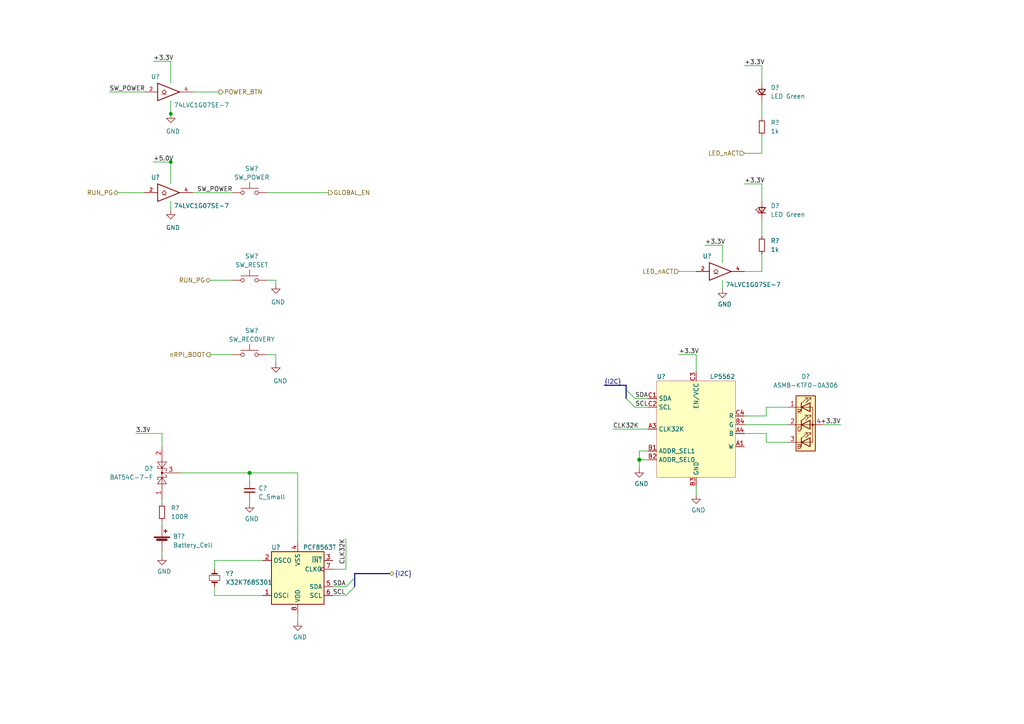
<source format=kicad_sch>
(kicad_sch (version 20201015) (generator eeschema)
  (paper "A4")
  (lib_symbols
    (symbol "74xGxx:74LVC1G07" (pin_names (offset 1.016))
      (property "Reference" "U" (at -2.54 3.81 0))
      (property "Value" "74LVC1G07" (at 0 -3.81 0))
      (symbol "74LVC1G07_0_1"
        (polyline (pts (xy -2.54 -0.635) (xy -1.27 -0.635)))
        (polyline (pts (xy -3.81 2.54) (xy -3.81 -2.54) (xy 2.54 0) (xy -3.81 2.54)) (stroke (width 0.254)))
        (polyline (pts (xy -1.905 0.635) (xy -2.54 0) (xy -1.905 -0.635) (xy -1.27 0) (xy -1.905 0.635)))
      )
      (symbol "74LVC1G07_1_1"
        (pin input line (at -7.62 0 0) (length 3.81) (name "~") (number "2"))
        (pin power_in line (at 0 -2.54 270) (length 0) hide (name "GND") (number "3"))
        (pin open_collector line (at 6.35 0 180) (length 3.81) (name "~") (number "4"))
        (pin power_in line (at 0 2.54 90) (length 0) hide (name "VCC") (number "5"))
      )
    )
    (symbol "Device:Battery_Cell" (pin_numbers hide) (pin_names (offset 0) hide)
      (property "Reference" "BT" (at 2.54 2.54 0))
      (property "Value" "Battery_Cell" (at 2.54 0 0))
      (symbol "Battery_Cell_0_1"
        (rectangle (start -2.286 1.778) (end 2.286 1.524) (fill (type outline)))
        (rectangle (start -1.5748 1.1938) (end 1.4732 0.6858) (fill (type outline)))
        (polyline (pts (xy 0 0.762) (xy 0 0)))
        (polyline (pts (xy 0 1.778) (xy 0 2.54)))
        (polyline (pts (xy 0.508 3.429) (xy 1.524 3.429)) (stroke (width 0.254)))
        (polyline (pts (xy 1.016 3.937) (xy 1.016 2.921)) (stroke (width 0.254)))
      )
      (symbol "Battery_Cell_1_1"
        (pin passive line (at 0 5.08 270) (length 2.54) (name "+") (number "1"))
        (pin passive line (at 0 -2.54 90) (length 2.54) (name "-") (number "2"))
      )
    )
    (symbol "Device:C_Small" (pin_numbers hide) (pin_names (offset 0.254) hide)
      (property "Reference" "C" (at 0.254 1.778 0))
      (property "Value" "C_Small" (at 0.254 -2.032 0))
      (symbol "C_Small_0_1"
        (polyline (pts (xy -1.524 -0.508) (xy 1.524 -0.508)) (stroke (width 0.3302)))
        (polyline (pts (xy -1.524 0.508) (xy 1.524 0.508)) (stroke (width 0.3048)))
      )
      (symbol "C_Small_1_1"
        (pin passive line (at 0 2.54 270) (length 2.032) (name "~") (number "1"))
        (pin passive line (at 0 -2.54 90) (length 2.032) (name "~") (number "2"))
      )
    )
    (symbol "Device:Crystal_Small" (pin_numbers hide) (pin_names (offset 1.016) hide)
      (property "Reference" "Y" (at 0 2.54 0))
      (property "Value" "Crystal_Small" (at 0 -2.54 0))
      (symbol "Crystal_Small_0_1"
        (rectangle (start -0.762 -1.524) (end 0.762 1.524))
        (polyline (pts (xy -1.27 -0.762) (xy -1.27 0.762)) (stroke (width 0.381)))
        (polyline (pts (xy 1.27 -0.762) (xy 1.27 0.762)) (stroke (width 0.381)))
      )
      (symbol "Crystal_Small_1_1"
        (pin passive line (at -2.54 0 0) (length 1.27) (name "1") (number "1"))
        (pin passive line (at 2.54 0 180) (length 1.27) (name "2") (number "2"))
      )
    )
    (symbol "Device:LED_RGBA" (pin_names (offset 0) hide)
      (property "Reference" "D" (at 0 9.398 0))
      (property "Value" "LED_RGBA" (at 0 -8.89 0))
      (symbol "LED_RGBA_0_0"
        (text "B" (at -1.905 -6.35 0) (effects (font (size 1.27 1.27))))
        (text "G" (at -1.905 -1.27 0) (effects (font (size 1.27 1.27))))
        (text "R" (at -1.905 3.81 0) (effects (font (size 1.27 1.27))))
      )
      (symbol "LED_RGBA_0_1"
        (circle (center 2.032 0) (radius 0.254) (fill (type outline)))
        (rectangle (start 1.27 -1.27) (end 1.27 1.27))
        (rectangle (start 1.27 1.27) (end 1.27 1.27))
        (rectangle (start 1.27 3.81) (end 1.27 6.35))
        (rectangle (start 1.27 6.35) (end 1.27 6.35))
        (rectangle (start 2.794 8.382) (end -2.794 -7.62) (stroke (width 0.254)) (fill (type background)))
        (polyline (pts (xy -1.27 -5.08) (xy -2.54 -5.08)))
        (polyline (pts (xy -1.27 -5.08) (xy 1.27 -5.08)))
        (polyline (pts (xy -1.27 -3.81) (xy -1.27 -6.35)) (stroke (width 0.254)))
        (polyline (pts (xy -1.27 0) (xy -2.54 0)))
        (polyline (pts (xy -1.27 1.27) (xy -1.27 -1.27)) (stroke (width 0.254)))
        (polyline (pts (xy -1.27 5.08) (xy -2.54 5.08)))
        (polyline (pts (xy -1.27 5.08) (xy 1.27 5.08)))
        (polyline (pts (xy -1.27 6.35) (xy -1.27 3.81)) (stroke (width 0.254)))
        (polyline (pts (xy 1.27 0) (xy -1.27 0)))
        (polyline (pts (xy 1.27 0) (xy 2.54 0)))
        (polyline (pts (xy -1.27 1.27) (xy -1.27 -1.27) (xy -1.27 -1.27)))
        (polyline (pts (xy -1.27 6.35) (xy -1.27 3.81) (xy -1.27 3.81)))
        (polyline (pts (xy 1.27 -5.08) (xy 2.032 -5.08) (xy 2.032 5.08) (xy 1.27 5.08)))
        (polyline (pts (xy 1.27 -3.81) (xy 1.27 -6.35) (xy -1.27 -5.08) (xy 1.27 -3.81)) (stroke (width 0.254)))
        (polyline (pts (xy 1.27 1.27) (xy 1.27 -1.27) (xy -1.27 0) (xy 1.27 1.27)) (stroke (width 0.254)))
        (polyline (pts (xy 1.27 6.35) (xy 1.27 3.81) (xy -1.27 5.08) (xy 1.27 6.35)) (stroke (width 0.254)))
        (polyline (pts (xy -1.016 -3.81) (xy 0.508 -2.286) (xy -0.254 -2.286) (xy 0.508 -2.286) (xy 0.508 -3.048)))
        (polyline (pts (xy -1.016 1.27) (xy 0.508 2.794) (xy -0.254 2.794) (xy 0.508 2.794) (xy 0.508 2.032)))
        (polyline (pts (xy -1.016 6.35) (xy 0.508 7.874) (xy -0.254 7.874) (xy 0.508 7.874) (xy 0.508 7.112)))
        (polyline (pts (xy 0 -3.81) (xy 1.524 -2.286) (xy 0.762 -2.286) (xy 1.524 -2.286) (xy 1.524 -3.048)))
        (polyline (pts (xy 0 1.27) (xy 1.524 2.794) (xy 0.762 2.794) (xy 1.524 2.794) (xy 1.524 2.032)))
        (polyline (pts (xy 0 6.35) (xy 1.524 7.874) (xy 0.762 7.874) (xy 1.524 7.874) (xy 1.524 7.112)))
      )
      (symbol "LED_RGBA_1_1"
        (pin passive line (at -5.08 5.08 0) (length 2.54) (name "RK") (number "1"))
        (pin passive line (at -5.08 0 0) (length 2.54) (name "GK") (number "2"))
        (pin passive line (at -5.08 -5.08 0) (length 2.54) (name "BK") (number "3"))
        (pin passive line (at 5.08 0 180) (length 2.54) (name "A") (number "4"))
      )
    )
    (symbol "Device:LED_Small" (pin_numbers hide) (pin_names (offset 0.254) hide)
      (property "Reference" "D" (at -1.27 3.175 0))
      (property "Value" "LED_Small" (at -4.445 -2.54 0))
      (symbol "LED_Small_0_1"
        (polyline (pts (xy -0.762 -1.016) (xy -0.762 1.016)) (stroke (width 0.254)))
        (polyline (pts (xy 1.016 0) (xy -0.762 0)))
        (polyline (pts (xy 0.762 -1.016) (xy -0.762 0) (xy 0.762 1.016) (xy 0.762 -1.016)) (stroke (width 0.254)))
        (polyline (pts (xy 0 0.762) (xy -0.508 1.27) (xy -0.254 1.27) (xy -0.508 1.27) (xy -0.508 1.016)))
        (polyline (pts (xy 0.508 1.27) (xy 0 1.778) (xy 0.254 1.778) (xy 0 1.778) (xy 0 1.524)))
      )
      (symbol "LED_Small_1_1"
        (pin passive line (at -2.54 0 0) (length 1.778) (name "K") (number "1"))
        (pin passive line (at 2.54 0 180) (length 1.778) (name "A") (number "2"))
      )
    )
    (symbol "Device:R_Small" (pin_numbers hide) (pin_names (offset 0.254) hide)
      (property "Reference" "R" (at 0.762 0.508 0))
      (property "Value" "R_Small" (at 0.762 -1.016 0))
      (symbol "R_Small_0_1"
        (rectangle (start -0.762 1.778) (end 0.762 -1.778) (stroke (width 0.2032)))
      )
      (symbol "R_Small_1_1"
        (pin passive line (at 0 2.54 270) (length 0.762) (name "~") (number "1"))
        (pin passive line (at 0 -2.54 90) (length 0.762) (name "~") (number "2"))
      )
    )
    (symbol "Diode:BAT54C" (pin_names (offset 1.016))
      (property "Reference" "D" (at 0.635 -3.81 0))
      (property "Value" "BAT54C" (at -6.35 3.175 0))
      (symbol "BAT54C_0_1"
        (circle (center 0 0) (radius 0.254) (fill (type outline)))
        (polyline (pts (xy -1.905 0) (xy 1.905 0)))
        (polyline (pts (xy -1.905 1.27) (xy -1.905 1.016)))
        (polyline (pts (xy -1.27 -1.27) (xy -0.635 -1.27)))
        (polyline (pts (xy -1.27 0) (xy -3.81 0)))
        (polyline (pts (xy -1.27 1.27) (xy -1.905 1.27)))
        (polyline (pts (xy -1.27 1.27) (xy -1.27 -1.27)))
        (polyline (pts (xy -0.635 -1.27) (xy -0.635 -1.016)))
        (polyline (pts (xy 0.635 -1.27) (xy 0.635 -1.016)))
        (polyline (pts (xy 1.27 -1.27) (xy 0.635 -1.27)))
        (polyline (pts (xy 1.27 1.27) (xy 1.27 -1.27)))
        (polyline (pts (xy 1.27 1.27) (xy 1.905 1.27)))
        (polyline (pts (xy 1.905 1.27) (xy 1.905 1.016)))
        (polyline (pts (xy 3.81 0) (xy 1.27 0)))
        (polyline (pts (xy -3.175 -1.27) (xy -3.175 1.27) (xy -1.27 0) (xy -3.175 -1.27)))
        (polyline (pts (xy 3.175 -1.27) (xy 3.175 1.27) (xy 1.27 0) (xy 3.175 -1.27)))
      )
      (symbol "BAT54C_1_1"
        (pin passive line (at -7.62 0 0) (length 3.81) (name "~") (number "1"))
        (pin passive line (at 7.62 0 180) (length 3.81) (name "~") (number "2"))
        (pin passive line (at 0 -5.08 90) (length 5.08) (name "~") (number "3"))
      )
    )
    (symbol "LightBlue:LP5562"
      (property "Reference" "U" (at -10.16 15.24 0))
      (property "Value" "LP5562" (at 7.62 15.24 0))
      (symbol "LP5562_0_1"
        (rectangle (start -11.43 13.97) (end 11.43 -13.97) (stroke (width 0.0006)) (fill (type background)))
      )
      (symbol "LP5562_1_1"
        (pin input line (at 0 -16.51 90) (length 2.54) (name "GND") (number "B3"))
        (pin bidirectional line (at -13.97 8.89 0) (length 2.54) (name "SDA") (number "C1"))
        (pin input line (at -13.97 6.35 0) (length 2.54) (name "SCL") (number "C2"))
        (pin input line (at -13.97 -6.35 0) (length 2.54) (name "ADDR_SEL1") (number "B1"))
        (pin input line (at -13.97 -8.89 0) (length 2.54) (name "ADDR_SEL0") (number "B2"))
        (pin output line (at 13.97 -5.08 180) (length 2.54) (name "W") (number "A1"))
        (pin output line (at 13.97 3.81 180) (length 2.54) (name "R") (number "C4"))
        (pin output line (at 13.97 1.27 180) (length 2.54) (name "G") (number "B4"))
        (pin output line (at 13.97 -1.27 180) (length 2.54) (name "B") (number "A4"))
        (pin input line (at 0 16.51 270) (length 2.54) (name "EN/VCC") (number "C3"))
        (pin input line (at -13.97 0 0) (length 2.54) (name "CLK32K") (number "A3"))
      )
    )
    (symbol "Switch:SW_Push" (pin_numbers hide) (pin_names (offset 1.016) hide)
      (property "Reference" "SW" (at 1.27 2.54 0))
      (property "Value" "SW_Push" (at 0 -1.524 0))
      (symbol "SW_Push_0_1"
        (circle (center -2.032 0) (radius 0.508))
        (circle (center 2.032 0) (radius 0.508))
        (polyline (pts (xy 0 1.27) (xy 0 3.048)))
        (polyline (pts (xy 2.54 1.27) (xy -2.54 1.27)))
        (pin passive line (at -5.08 0 0) (length 2.54) (name "1") (number "1"))
        (pin passive line (at 5.08 0 180) (length 2.54) (name "2") (number "2"))
      )
    )
    (symbol "Timer_RTC:PCF8563T"
      (property "Reference" "U" (at -7.62 8.89 0))
      (property "Value" "PCF8563T" (at 2.54 8.89 0))
      (symbol "PCF8563T_0_1"
        (rectangle (start -7.62 7.62) (end 7.62 -7.62) (stroke (width 0.254)) (fill (type background)))
      )
      (symbol "PCF8563T_1_1"
        (pin input line (at -10.16 5.08 0) (length 2.54) (name "OSCI") (number "1"))
        (pin output line (at -10.16 -5.08 0) (length 2.54) (name "OSCO") (number "2"))
        (pin output line (at 10.16 -5.08 180) (length 2.54) (name "~INT~") (number "3"))
        (pin power_in line (at 0 -10.16 90) (length 2.54) (name "VSS") (number "4"))
        (pin bidirectional line (at 10.16 2.54 180) (length 2.54) (name "SDA") (number "5"))
        (pin input line (at 10.16 5.08 180) (length 2.54) (name "SCL") (number "6"))
        (pin output clock (at 10.16 -2.54 180) (length 2.54) (name "CLKO") (number "7"))
        (pin power_in line (at 0 10.16 270) (length 2.54) (name "VDD") (number "8"))
      )
    )
    (symbol "power:GND" (power) (pin_names (offset 0))
      (property "Value" "GND" (at 0 -3.81 0))
      (symbol "GND_0_1"
        (polyline (pts (xy 0 0) (xy 0 -1.27) (xy 1.27 -1.27) (xy 0 -2.54) (xy -1.27 -1.27) (xy 0 -1.27)))
      )
      (symbol "GND_1_1"
        (pin power_in line (at 0 0 270) (length 0) hide (name "GND") (number "1"))
      )
    )
  )
  (junction (at 49.53 33.02) (diameter 0.9144))
  (junction (at 49.53 46.99) (diameter 0.9144))
  (junction (at 72.39 137.16) (diameter 1.016))
  (junction (at 185.42 133.35) (diameter 1.016))
  (bus_entry (at 102.87 167.64) (size -2.54 2.54) (stroke (width 0.1524)))
  (bus_entry (at 102.87 170.18) (size -2.54 2.54) (stroke (width 0.1524)))
  (bus_entry (at 181.61 113.03) (size 2.54 2.54) (stroke (width 0.1524)))
  (bus_entry (at 181.61 115.57) (size 2.54 2.54) (stroke (width 0.1524)))
  (wire (pts (xy 31.75 26.67) (xy 41.91 26.67)))
  (wire (pts (xy 34.29 55.88) (xy 41.91 55.88)))
  (wire (pts (xy 39.37 125.73) (xy 46.99 125.73)))
  (wire (pts (xy 44.45 17.78) (xy 49.53 17.78)))
  (wire (pts (xy 44.45 46.99) (xy 49.53 46.99)))
  (wire (pts (xy 46.99 129.54) (xy 46.99 125.73)))
  (wire (pts (xy 46.99 144.78) (xy 46.99 146.05)))
  (wire (pts (xy 46.99 151.13) (xy 46.99 152.4)))
  (wire (pts (xy 46.99 160.02) (xy 46.99 161.29)))
  (wire (pts (xy 49.53 17.78) (xy 49.53 24.13)))
  (wire (pts (xy 49.53 29.21) (xy 49.53 33.02)))
  (wire (pts (xy 49.53 33.02) (xy 49.53 34.29)))
  (wire (pts (xy 49.53 45.72) (xy 49.53 46.99)))
  (wire (pts (xy 49.53 46.99) (xy 49.53 53.34)))
  (wire (pts (xy 49.53 58.42) (xy 49.53 60.96)))
  (wire (pts (xy 52.07 137.16) (xy 72.39 137.16)))
  (wire (pts (xy 55.88 26.67) (xy 63.5 26.67)))
  (wire (pts (xy 55.88 55.88) (xy 67.31 55.88)))
  (wire (pts (xy 60.96 81.28) (xy 67.31 81.28)))
  (wire (pts (xy 60.96 102.87) (xy 67.31 102.87)))
  (wire (pts (xy 62.23 162.56) (xy 62.23 165.1)))
  (wire (pts (xy 62.23 170.18) (xy 62.23 172.72)))
  (wire (pts (xy 62.23 172.72) (xy 76.2 172.72)))
  (wire (pts (xy 72.39 137.16) (xy 72.39 139.7)))
  (wire (pts (xy 72.39 137.16) (xy 86.36 137.16)))
  (wire (pts (xy 72.39 144.78) (xy 72.39 146.05)))
  (wire (pts (xy 76.2 162.56) (xy 62.23 162.56)))
  (wire (pts (xy 77.47 55.88) (xy 95.25 55.88)))
  (wire (pts (xy 77.47 102.87) (xy 80.01 102.87)))
  (wire (pts (xy 80.01 81.28) (xy 77.47 81.28)))
  (wire (pts (xy 80.01 82.55) (xy 80.01 81.28)))
  (wire (pts (xy 80.01 102.87) (xy 80.01 105.41)))
  (wire (pts (xy 86.36 137.16) (xy 86.36 157.48)))
  (wire (pts (xy 86.36 177.8) (xy 86.36 180.34)))
  (wire (pts (xy 96.52 165.1) (xy 100.33 165.1)))
  (wire (pts (xy 96.52 170.18) (xy 100.33 170.18)))
  (wire (pts (xy 96.52 172.72) (xy 100.33 172.72)))
  (wire (pts (xy 100.33 156.21) (xy 100.33 165.1)))
  (wire (pts (xy 177.8 124.46) (xy 187.96 124.46)))
  (wire (pts (xy 185.42 130.81) (xy 187.96 130.81)))
  (wire (pts (xy 185.42 133.35) (xy 185.42 130.81)))
  (wire (pts (xy 185.42 133.35) (xy 185.42 135.89)))
  (wire (pts (xy 187.96 115.57) (xy 184.15 115.57)))
  (wire (pts (xy 187.96 118.11) (xy 184.15 118.11)))
  (wire (pts (xy 187.96 133.35) (xy 185.42 133.35)))
  (wire (pts (xy 196.85 78.74) (xy 201.93 78.74)))
  (wire (pts (xy 196.85 102.87) (xy 201.93 102.87)))
  (wire (pts (xy 201.93 102.87) (xy 201.93 107.95)))
  (wire (pts (xy 201.93 140.97) (xy 201.93 143.51)))
  (wire (pts (xy 204.47 71.12) (xy 209.55 71.12)))
  (wire (pts (xy 209.55 76.2) (xy 209.55 71.12)))
  (wire (pts (xy 209.55 81.28) (xy 209.55 83.82)))
  (wire (pts (xy 215.9 19.05) (xy 220.98 19.05)))
  (wire (pts (xy 215.9 44.45) (xy 220.98 44.45)))
  (wire (pts (xy 215.9 53.34) (xy 220.98 53.34)))
  (wire (pts (xy 215.9 78.74) (xy 220.98 78.74)))
  (wire (pts (xy 215.9 120.65) (xy 222.25 120.65)))
  (wire (pts (xy 215.9 123.19) (xy 228.6 123.19)))
  (wire (pts (xy 215.9 125.73) (xy 222.25 125.73)))
  (wire (pts (xy 220.98 19.05) (xy 220.98 24.13)))
  (wire (pts (xy 220.98 29.21) (xy 220.98 34.29)))
  (wire (pts (xy 220.98 39.37) (xy 220.98 44.45)))
  (wire (pts (xy 220.98 53.34) (xy 220.98 58.42)))
  (wire (pts (xy 220.98 63.5) (xy 220.98 68.58)))
  (wire (pts (xy 220.98 73.66) (xy 220.98 78.74)))
  (wire (pts (xy 222.25 118.11) (xy 228.6 118.11)))
  (wire (pts (xy 222.25 120.65) (xy 222.25 118.11)))
  (wire (pts (xy 222.25 125.73) (xy 222.25 128.27)))
  (wire (pts (xy 222.25 128.27) (xy 228.6 128.27)))
  (wire (pts (xy 238.76 123.19) (xy 243.84 123.19)))
  (bus (pts (xy 102.87 166.37) (xy 102.87 167.64)))
  (bus (pts (xy 102.87 166.37) (xy 113.03 166.37)))
  (bus (pts (xy 102.87 167.64) (xy 102.87 170.18)))
  (bus (pts (xy 175.26 111.76) (xy 181.61 111.76)))
  (bus (pts (xy 181.61 111.76) (xy 181.61 113.03)))
  (bus (pts (xy 181.61 113.03) (xy 181.61 115.57)))
  (label "SW_POWER" (at 31.75 26.67 0))
  (label "3.3V" (at 39.37 125.73 0))
  (label "+3.3V" (at 44.45 17.78 0))
  (label "+5.0V" (at 44.45 46.99 0))
  (label "SW_POWER" (at 57.15 55.88 0))
  (label "SDA" (at 96.52 170.18 0))
  (label "SCL" (at 96.52 172.72 0))
  (label "CLK32K" (at 100.33 156.21 270))
  (label "{I2C}" (at 175.26 111.76 0))
  (label "CLK32K" (at 177.8 124.46 0))
  (label "SDA" (at 187.96 115.57 180))
  (label "SCL" (at 187.96 118.11 180))
  (label "+3.3V" (at 196.85 102.87 0))
  (label "+3.3V" (at 204.47 71.12 0))
  (label "+3.3V" (at 215.9 19.05 0))
  (label "+3.3V" (at 215.9 53.34 0))
  (label "+3.3V" (at 243.84 123.19 180))
  (hierarchical_label "RUN_PG" (shape bidirectional) (at 34.29 55.88 180))
  (hierarchical_label "RUN_PG" (shape bidirectional) (at 60.96 81.28 180))
  (hierarchical_label "nRPI_BOOT" (shape output) (at 60.96 102.87 180))
  (hierarchical_label "POWER_BTN" (shape output) (at 63.5 26.67 0))
  (hierarchical_label "GLOBAL_EN" (shape output) (at 95.25 55.88 0))
  (hierarchical_label "{I2C}" (shape bidirectional) (at 113.03 166.37 0))
  (hierarchical_label "LED_nACT" (shape input) (at 196.85 78.74 180))
  (hierarchical_label "LED_nACT" (shape input) (at 215.9 44.45 180))
  (symbol (lib_id "power:GND") (at 46.99 161.29 0) (unit 1)
    (property "Reference" "#PWR?" (effects hide))
    (property "Value" "GND" (at 47.625 165.735 0))
  )
  (symbol (lib_id "power:GND") (at 49.53 33.02 0) (unit 1)
    (property "Reference" "#PWR?" (effects hide))
    (property "Value" "GND" (at 50.165 38.1 0))
  )
  (symbol (lib_id "power:GND") (at 49.53 60.96 0) (unit 1)
    (property "Reference" "#PWR?" (effects hide))
    (property "Value" "GND" (at 50.165 66.04 0))
  )
  (symbol (lib_id "power:GND") (at 72.39 146.05 0) (unit 1)
    (property "Reference" "#PWR?" (effects hide))
    (property "Value" "GND" (at 73.025 150.495 0))
  )
  (symbol (lib_id "power:GND") (at 80.01 82.55 0) (unit 1)
    (property "Reference" "#PWR?" (effects hide))
    (property "Value" "GND" (at 80.645 87.63 0))
  )
  (symbol (lib_id "power:GND") (at 80.01 105.41 0) (unit 1)
    (property "Reference" "#PWR?" (effects hide))
    (property "Value" "GND" (at 81.28 110.49 0))
  )
  (symbol (lib_id "power:GND") (at 86.36 180.34 0) (unit 1)
    (property "Reference" "#PWR?" (effects hide))
    (property "Value" "GND" (at 86.995 184.785 0))
  )
  (symbol (lib_id "power:GND") (at 185.42 135.89 0) (unit 1)
    (property "Reference" "#PWR?" (effects hide))
    (property "Value" "GND" (at 186.055 140.335 0))
  )
  (symbol (lib_id "power:GND") (at 201.93 143.51 0) (unit 1)
    (property "Reference" "#PWR?" (effects hide))
    (property "Value" "GND" (at 202.565 147.955 0))
  )
  (symbol (lib_id "power:GND") (at 209.55 83.82 0) (unit 1)
    (property "Reference" "#PWR?" (effects hide))
    (property "Value" "GND" (at 210.185 88.265 0))
  )
  (symbol (lib_id "Device:R_Small") (at 46.99 148.59 0) (unit 1)
    (property "Reference" "R?" (at 49.53 147.32 0) (effects (justify left)))
    (property "Value" "100R" (at 49.53 149.86 0) (effects (justify left)))
  )
  (symbol (lib_id "Device:R_Small") (at 220.98 36.83 0) (unit 1)
    (property "Reference" "R?" (at 223.52 35.56 0) (effects (justify left)))
    (property "Value" "1k" (at 223.52 38.1 0) (effects (justify left)))
  )
  (symbol (lib_id "Device:R_Small") (at 220.98 71.12 0) (unit 1)
    (property "Reference" "R?" (at 223.52 69.85 0) (effects (justify left)))
    (property "Value" "1k" (at 223.52 72.39 0) (effects (justify left)))
  )
  (symbol (lib_id "Device:LED_Small") (at 220.98 26.67 90) (unit 1)
    (property "Reference" "D?" (at 223.52 25.4 90) (effects (justify right)))
    (property "Value" "LED Green" (at 223.52 27.94 90) (effects (justify right)))
  )
  (symbol (lib_id "Device:LED_Small") (at 220.98 60.96 90) (unit 1)
    (property "Reference" "D?" (at 223.52 59.69 90) (effects (justify right)))
    (property "Value" "LED Green" (at 223.52 62.23 90) (effects (justify right)))
  )
  (symbol (lib_id "Device:Crystal_Small") (at 62.23 167.64 90) (unit 1)
    (property "Reference" "Y?" (at 65.405 166.37 90) (effects (justify right)))
    (property "Value" "X32K768S301" (at 65.405 168.91 90) (effects (justify right)))
  )
  (symbol (lib_id "Device:C_Small") (at 72.39 142.24 0) (unit 1)
    (property "Reference" "C?" (at 74.93 141.605 0) (effects (justify left)))
    (property "Value" "C_Small" (at 74.93 144.145 0) (effects (justify left)))
  )
  (symbol (lib_id "Device:Battery_Cell") (at 46.99 157.48 0) (unit 1)
    (property "Reference" "BT?" (at 50.165 155.575 0) (effects (justify left)))
    (property "Value" "Battery_Cell" (at 50.165 158.115 0) (effects (justify left)))
  )
  (symbol (lib_id "Switch:SW_Push") (at 72.39 55.88 0) (unit 1)
    (property "Reference" "SW?" (at 73.025 48.895 0))
    (property "Value" "SW_POWER" (at 73.025 51.435 0))
    (property "Footprint" "Button_Switch_THT:SW_Tactile_SPST_Angled_PTS645Vx39-2LFS" (effects hide))
  )
  (symbol (lib_id "Switch:SW_Push") (at 72.39 81.28 0) (unit 1)
    (property "Reference" "SW?" (at 73.025 74.295 0))
    (property "Value" "SW_RESET" (at 73.025 76.835 0))
    (property "Footprint" "Button_Switch_THT:SW_Tactile_SPST_Angled_PTS645Vx39-2LFS" (effects hide))
  )
  (symbol (lib_id "Switch:SW_Push") (at 72.39 102.87 0) (unit 1)
    (property "Reference" "SW?" (at 73.025 95.885 0))
    (property "Value" "SW_RECOVERY" (at 73.025 98.425 0))
    (property "Footprint" "Button_Switch_SMD:SW_SPST_EVQP7C" (effects hide))
  )
  (symbol (lib_id "74xGxx:74LVC1G07") (at 49.53 26.67 0) (unit 1)
    (property "Reference" "U?" (at 45.085 22.225 0))
    (property "Value" "74LVC1G07SE-7" (at 58.42 30.48 0))
    (property "Datasheet" "http://www.ti.com/lit/sg/scyt129e/scyt129e.pdf" (effects hide))
  )
  (symbol (lib_id "74xGxx:74LVC1G07") (at 49.53 55.88 0) (unit 1)
    (property "Reference" "U?" (at 45.085 51.435 0))
    (property "Value" "74LVC1G07SE-7" (at 58.42 59.69 0))
    (property "Datasheet" "http://www.ti.com/lit/sg/scyt129e/scyt129e.pdf" (effects hide))
  )
  (symbol (lib_id "74xGxx:74LVC1G07") (at 209.55 78.74 0) (unit 1)
    (property "Reference" "U?" (at 205.105 74.295 0))
    (property "Value" "74LVC1G07SE-7" (at 218.44 82.55 0))
    (property "Datasheet" "http://www.ti.com/lit/sg/scyt129e/scyt129e.pdf" (effects hide))
  )
  (symbol (lib_id "Diode:BAT54C") (at 46.99 137.16 90) (unit 1)
    (property "Reference" "D?" (at 44.45 135.89 90) (effects (justify left)))
    (property "Value" "BAT54C-7-F" (at 44.45 138.43 90) (effects (justify left)))
    (property "Footprint" "Package_TO_SOT_SMD:SOT-23" (effects hide))
    (property "Datasheet" "http://www.diodes.com/_files/datasheets/ds11005.pdf" (effects hide))
  )
  (symbol (lib_id "Device:LED_RGBA") (at 233.68 123.19 0) (unit 1)
    (property "Reference" "D?" (at 233.68 109.22 0))
    (property "Value" "ASMB-KTF0-0A306" (at 233.68 111.76 0))
    (property "Footprint" "LightBlue:LED_RGB_ASMB-KTF0-0A306_PLCC4_2.2x2.0mm_P1.1mm" (effects hide))
    (property "Datasheet" "https://www.mouser.ch/datasheet/2/678/SMB-KTF0-0A306-DS100_2017-09-15-1279410.pdf" (effects hide))
  )
  (symbol (lib_id "Timer_RTC:PCF8563T") (at 86.36 167.64 0) (mirror x) (unit 1)
    (property "Reference" "U?" (at 80.01 158.75 0))
    (property "Value" "PCF8563T" (at 92.71 158.75 0))
    (property "Footprint" "Package_SO:SOIC-8_3.9x4.9mm_P1.27mm" (effects hide))
    (property "Datasheet" "https://assets.nexperia.com/documents/data-sheet/PCF8563.pdf" (effects hide))
  )
  (symbol (lib_id "LightBlue:LP5562") (at 201.93 124.46 0) (unit 1)
    (property "Reference" "U?" (at 191.77 109.22 0))
    (property "Value" "LP5562" (at 209.55 109.22 0))
    (property "Footprint" "LightBlue:Texas_DSBGA-12_1.24x1.64mm_Layout3x4_P0.4mm" (effects hide))
    (property "Datasheet" "https://www.ti.com/lit/ds/symlink/lp5562.pdf" (effects hide))
  )
)
</source>
